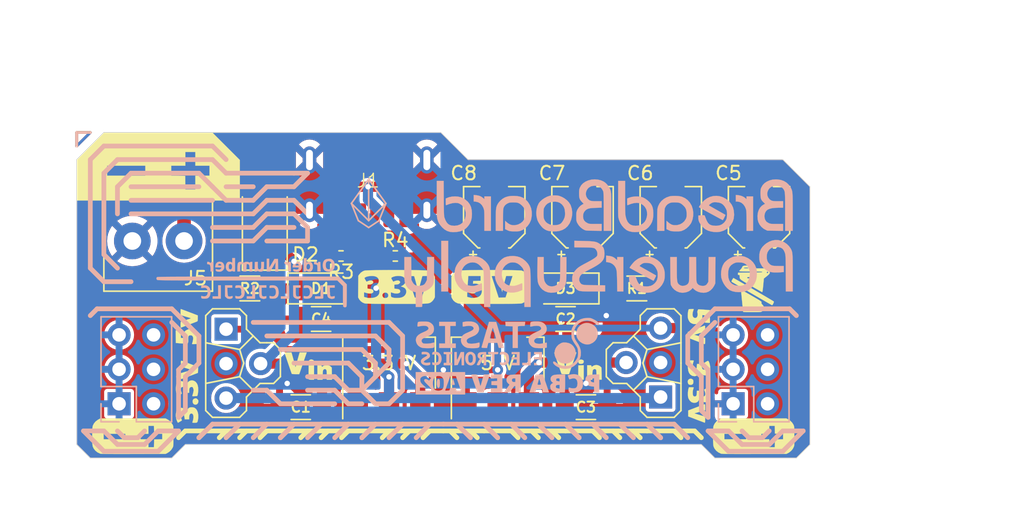
<source format=kicad_pcb>
(kicad_pcb (version 20221018) (generator pcbnew)
  (layers (0 "F.Cu" signal) (31 "B.Cu" signal) (34 "B.Paste" user) (35 "F.Paste" user) (36 "B.SilkS" user "B.Silkscreen") (37 "F.SilkS" user "F.Silkscreen") (38 "B.Mask" user) (39 "F.Mask" user) (44 "Edge.Cuts" user))
  (net 0 "")
  (net 1 "GND")
  (net 2 "VS")
  (net 3 "+5V")
  (net 4 "+3.3V")
  (net 5 "Net-(D1-K)")
  (net 6 "Net-(D2-A)")
  (net 7 "Net-(D3-K)")
  (net 8 "VoutLeft")
  (net 9 "VoutRight")
  (net 10 "/CC1")
  (net 11 "/CC2")
  (footprint "Capacitor_SMD:C_1206_3216Metric_Pad1.33x1.80mm_HandSolder" (layer "F.Cu") (at 16.5 20.25 180)
    (fp_text reference "C1" (at 0 0) (layer "F.SilkS") (effects (font (size 0.75 0.75))))
    (fp_text value "220nF 50V")
    (pad "1" smd roundrect (at -1.5625 0 180) (size 1.325 1.8) (layers "F.Cu" "F.Paste" "F.Mask") (roundrect_rratio 0.1886784906) (net 2 "VS"))
    (pad "2" smd roundrect (at 1.5625 0 180) (size 1.325 1.8) (layers "F.Cu" "F.Paste" "F.Mask") (roundrect_rratio 0.1886784906) (net 1 "GND"))
  )
  (footprint "Capacitor_SMD:C_1206_3216Metric_Pad1.33x1.80mm_HandSolder" (layer "F.Cu") (at 36 13.75)
    (fp_text reference "C2" (at 0 0) (layer "F.SilkS") (effects (font (size 0.75 0.75))))
    (fp_text value "220nF 50V")
    (pad "1" smd roundrect (at -1.5625 0) (size 1.325 1.8) (layers "F.Cu" "F.Paste" "F.Mask") (roundrect_rratio 0.1886784906) (net 3 "+5V"))
    (pad "2" smd roundrect (at 1.5625 0) (size 1.325 1.8) (layers "F.Cu" "F.Paste" "F.Mask") (roundrect_rratio 0.1886784906) (net 1 "GND"))
  )
  (footprint "Capacitor_SMD:C_1206_3216Metric_Pad1.33x1.80mm_HandSolder" (layer "F.Cu") (at 37.5 20.25)
    (fp_text reference "C3" (at 0 0) (layer "F.SilkS") (effects (font (size 0.75 0.75))))
    (fp_text value "220nF 50V")
    (pad "1" smd roundrect (at -1.5625 0) (size 1.325 1.8) (layers "F.Cu" "F.Paste" "F.Mask") (roundrect_rratio 0.1886784906) (net 2 "VS"))
    (pad "2" smd roundrect (at 1.5625 0) (size 1.325 1.8) (layers "F.Cu" "F.Paste" "F.Mask") (roundrect_rratio 0.1886784906) (net 1 "GND"))
  )
  (footprint "Capacitor_SMD:C_1206_3216Metric_Pad1.33x1.80mm_HandSolder" (layer "F.Cu") (at 18 13.75 180)
    (fp_text reference "C4" (at 0 0) (layer "F.SilkS") (effects (font (size 0.75 0.75))))
    (fp_text value "220nF 50V")
    (pad "1" smd roundrect (at -1.5625 0 180) (size 1.325 1.8) (layers "F.Cu" "F.Paste" "F.Mask") (roundrect_rratio 0.1886784906) (net 4 "+3.3V"))
    (pad "2" smd roundrect (at 1.5625 0 180) (size 1.325 1.8) (layers "F.Cu" "F.Paste" "F.Mask") (roundrect_rratio 0.1886784906) (net 1 "GND"))
  )
  (footprint "Capacitor_SMD:CP_Elec_4x5.4" (layer "F.Cu") (at 50.25 6.25 90)
    (fp_text reference "C5" (at 3.25 -2.25 180) (layer "F.SilkS"))
    (fp_text value "10µF 16V")
    (pad "1" smd roundrect (at -1.8 0 90) (size 2.6 1.6) (layers "F.Cu" "F.Paste" "F.Mask") (roundrect_rratio 0.15625) (net 3 "+5V"))
    (pad "2" smd roundrect (at 1.8 0 90) (size 2.6 1.6) (layers "F.Cu" "F.Paste" "F.Mask") (roundrect_rratio 0.15625) (net 1 "GND"))
  )
  (footprint "Capacitor_SMD:CP_Elec_4x5.4" (layer "F.Cu") (at 43.75 6.25 90)
    (fp_text reference "C6" (at 3.25 -2.25 180) (layer "F.SilkS"))
    (fp_text value "47µF 10V")
    (pad "1" smd roundrect (at -1.8 0 90) (size 2.6 1.6) (layers "F.Cu" "F.Paste" "F.Mask") (roundrect_rratio 0.15625) (net 3 "+5V"))
    (pad "2" smd roundrect (at 1.8 0 90) (size 2.6 1.6) (layers "F.Cu" "F.Paste" "F.Mask") (roundrect_rratio 0.15625) (net 1 "GND"))
  )
  (footprint "Capacitor_SMD:CP_Elec_4x5.4" (layer "F.Cu") (at 37.25 6.25 90)
    (fp_text reference "C7" (at 3.25 -2.25 180) (layer "F.SilkS"))
    (fp_text value "10µF 16V")
    (pad "1" smd roundrect (at -1.8 0 90) (size 2.6 1.6) (layers "F.Cu" "F.Paste" "F.Mask") (roundrect_rratio 0.15625) (net 4 "+3.3V"))
    (pad "2" smd roundrect (at 1.8 0 90) (size 2.6 1.6) (layers "F.Cu" "F.Paste" "F.Mask") (roundrect_rratio 0.15625) (net 1 "GND"))
  )
  (footprint "Capacitor_SMD:CP_Elec_4x5.4" (layer "F.Cu") (at 30.75 6.25 90)
    (fp_text reference "C8" (at 3.25 -2.25 180) (layer "F.SilkS"))
    (fp_text value "47µF 10V")
    (pad "1" smd roundrect (at -1.8 0 90) (size 2.6 1.6) (layers "F.Cu" "F.Paste" "F.Mask") (roundrect_rratio 0.15625) (net 4 "+3.3V"))
    (pad "2" smd roundrect (at 1.8 0 90) (size 2.6 1.6) (layers "F.Cu" "F.Paste" "F.Mask") (roundrect_rratio 0.15625) (net 1 "GND"))
  )
  (footprint "Diode_SMD:D_1206_3216Metric_Pad1.42x1.75mm_HandSolder" (layer "F.Cu") (at 18 11.5)
    (fp_text reference "D1" (at 0 0) (layer "F.SilkS") (effects (font (size 0.75 0.75))))
    (fp_text value "Green 3.0V")
    (pad "1" smd roundrect (at -1.4875 0) (size 1.425 1.75) (layers "F.Cu" "F.Paste" "F.Mask") (roundrect_rratio 0.1754385965) (net 5 "Net-(D1-K)"))
    (pad "2" smd roundrect (at 1.4875 0) (size 1.425 1.75) (layers "F.Cu" "F.Paste" "F.Mask") (roundrect_rratio 0.1754385965) (net 4 "+3.3V"))
  )
  (footprint "Diode_SMD:D_SMA" (layer "F.Cu") (at 13.85 6.75 90)
    (fp_text reference "D2" (at -2.25 3 180) (layer "F.SilkS"))
    (fp_text value "400V 1A SMA")
    (pad "1" smd rect (at -2 0 90) (size 2.5 1.8) (layers "F.Cu" "F.Paste" "F.Mask") (net 2 "VS"))
    (pad "2" smd rect (at 2 0 90) (size 2.5 1.8) (layers "F.Cu" "F.Paste" "F.Mask") (net 6 "Net-(D2-A)"))
  )
  (footprint "Diode_SMD:D_1206_3216Metric_Pad1.42x1.75mm_HandSolder" (layer "F.Cu") (at 36 11.5 180)
    (fp_text reference "D3" (at 0 0) (layer "F.SilkS") (effects (font (size 0.75 0.75))))
    (fp_text value "Green 3.0V")
    (pad "1" smd roundrect (at -1.4875 0 180) (size 1.425 1.75) (layers "F.Cu" "F.Paste" "F.Mask") (roundrect_rratio 0.1754385965) (net 7 "Net-(D3-K)"))
    (pad "2" smd roundrect (at 1.4875 0 180) (size 1.425 1.75) (layers "F.Cu" "F.Paste" "F.Mask") (roundrect_rratio 0.1754385965) (net 3 "+5V"))
  )
  (footprint "MicroBBPS:WJ124-3.81-2P" (layer "F.Cu") (at 6 8 180)
    (fp_text reference "J5" (at -2.75 -2.75) (layer "F.SilkS"))
    (fp_text value "Screw Terminal")
    (pad "1" thru_hole circle (at -1.905 0 180) (size 2.7 2.7) (drill 1.3) (layers "*.Cu" "*.Mask") (net 6 "Net-(D2-A)"))
    (pad "2" thru_hole circle (at 1.905 0) (size 2.7 2.7) (drill 1.3) (layers "*.Cu" "*.Mask") (net 1 "GND"))
  )
  (footprint "MicroBBPS:3PoleHeaderSwitch" (layer "F.Cu") (at 43 17 90)
    (fp_text reference "J8" hide)
    (fp_text value "3PoleHeaderSwitch")
    (pad "1" thru_hole rect (at -2.5 0 180) (size 1.7 1.7) (drill 1) (layers "*.Cu" "*.Mask") (net 4 "+3.3V"))
    (pad "2" thru_hole oval (at 0.04 0 180) (size 1.7 1.7) (drill 1) (layers "*.Cu" "*.Mask") (net 9 "VoutRight"))
    (pad "3" thru_hole oval (at 2.58 0 180) (size 1.7 1.7) (drill 1) (layers "*.Cu" "*.Mask") (net 3 "+5V"))
    (pad "4" thru_hole oval (at 0.04 -2.54 180) (size 1.7 1.7) (drill 1) (layers "*.Cu" "*.Mask") (net 2 "VS"))
  )
  (footprint "Resistor_SMD:R_1206_3216Metric_Pad1.30x1.75mm_HandSolder" (layer "F.Cu") (at 41.25 11.5)
    (fp_text reference "R1" (at 0 0) (layer "F.SilkS") (effects (font (size 0.75 0.75))))
    (fp_text value "10k 0.25W")
    (pad "1" smd roundrect (at -1.55 0) (size 1.3 1.75) (layers "F.Cu" "F.Paste" "F.Mask") (roundrect_rratio 0.1923076923) (net 7 "Net-(D3-K)"))
    (pad "2" smd roundrect (at 1.55 0) (size 1.3 1.75) (layers "F.Cu" "F.Paste" "F.Mask") (roundrect_rratio 0.1923076923) (net 1 "GND"))
  )
  (footprint "Resistor_SMD:R_1206_3216Metric_Pad1.30x1.75mm_HandSolder" (layer "F.Cu") (at 12.75 11.5 180)
    (fp_text reference "R2" (at 0 0) (layer "F.SilkS") (effects (font (size 0.75 0.75))))
    (fp_text value "10k 0.25W")
    (pad "1" smd roundrect (at -1.55 0 180) (size 1.3 1.75) (layers "F.Cu" "F.Paste" "F.Mask") (roundrect_rratio 0.1923076923) (net 5 "Net-(D1-K)"))
    (pad "2" smd roundrect (at 1.55 0 180) (size 1.3 1.75) (layers "F.Cu" "F.Paste" "F.Mask") (roundrect_rratio 0.1923076923) (net 1 "GND"))
  )
  (footprint "Package_TO_SOT_SMD:SOT-223-3_TabPin2" (layer "F.Cu") (at 31 17 90)
    (fp_text reference "U1" hide)
    (fp_text value "NCP1117ST50T3G")
    (pad "1" smd rect (at -3.15 -2.3 90) (size 2 1.5) (layers "F.Cu" "F.Paste" "F.Mask") (net 1 "GND"))
    (pad "2" smd rect (at -3.15 0 90) (size 2 1.5) (layers "F.Cu" "F.Paste" "F.Mask") (net 3 "+5V"))
    (pad "2" smd rect (at 3.15 0 90) (size 2 3.8) (layers "F.Cu" "F.Paste" "F.Mask") (net 3 "+5V"))
    (pad "3" smd rect (at -3.15 2.3 90) (size 2 1.5) (layers "F.Cu" "F.Paste" "F.Mask") (net 2 "VS"))
  )
  (footprint "Package_TO_SOT_SMD:SOT-223-3_TabPin2" (layer "F.Cu") (at 23 17 90)
    (fp_text reference "U3" hide)
    (fp_text value "NCP1117ST33T3G")
    (pad "1" smd rect (at -3.15 -2.3 90) (size 2 1.5) (layers "F.Cu" "F.Paste" "F.Mask") (net 1 "GND"))
    (pad "2" smd rect (at -3.15 0 90) (size 2 1.5) (layers "F.Cu" "F.Paste" "F.Mask") (net 4 "+3.3V"))
    (pad "2" smd rect (at 3.15 0 90) (size 2 3.8) (layers "F.Cu" "F.Paste" "F.Mask") (net 4 "+3.3V"))
    (pad "3" smd rect (at -3.15 2.3 90) (size 2 1.5) (layers "F.Cu" "F.Paste" "F.Mask") (net 2 "VS"))
  )
  (footprint "MicroBBPS:3PoleHeaderSwitch" (layer "F.Cu") (at 11 17 -90)
    (fp_text reference "J9" hide)
    (fp_text value "3PoleHeaderSwitch")
    (pad "1" thru_hole rect (at -2.5 0) (size 1.7 1.7) (drill 1) (layers "*.Cu" "*.Mask") (net 3 "+5V"))
    (pad "2" thru_hole oval (at 0.04 0) (size 1.7 1.7) (drill 1) (layers "*.Cu" "*.Mask") (net 8 "VoutLeft"))
    (pad "3" thru_hole oval (at 2.58 0) (size 1.7 1.7) (drill 1) (layers "*.Cu" "*.Mask") (net 4 "+3.3V"))
    (pad "4" thru_hole oval (at 0.04 -2.54) (size 1.7 1.7) (drill 1) (layers "*.Cu" "*.Mask") (net 2 "VS"))
  )
  (footprint "MicroBBPS:artwork-top" (layer "F.Cu") (at 27 12)
    (fp_text reference "G***" hide)
    (fp_text value "LOGO" hide)
  )
  (footprint "Resistor_SMD:R_0402_1005Metric" (layer "F.Cu") (at 23.463 9.104)
    (fp_text reference "R4" (at 0 -1.17) (layer "F.SilkS"))
    (fp_text value "5k 0.25W")
    (pad "1" smd roundrect (at -0.51 0) (size 0.54 0.64) (layers "F.Cu" "F.Paste" "F.Mask") (net 10 "/CC1"))
    (pad "2" smd roundrect (at 0.51 0) (size 0.54 0.64) (layers "F.Cu" "F.Paste" "F.Mask") (net 1 "GND"))
  )
  (footprint "Library:GT-USB-7002C" (layer "F.Cu") (at 21.463 6.604 180)
    (fp_text reference "J1" (at 0 3.048 unlocked) (layer "F.SilkS") (effects (font (thickness 0.1))))
    (fp_text value "USB_C_Receptacle_PowerOnly_6P")
    (pad "A5" smd roundrect (at -0.5 0.5 180) (size 0.7 1.75) (layers "F.Cu" "F.Paste" "F.Mask") (net 10 "/CC1"))
    (pad "A9" smd roundrect (at 1.52 0.5 180) (size 0.8 1.75) (layers "F.Cu" "F.Paste" "F.Mask") (net 3 "+5V"))
    (pad "A12" smd roundrect (at 2.75 0.5 180) (size 0.9 1.75) (layers "F.Cu" "F.Paste" "F.Mask") (net 1 "GND"))
    (pad "B5" smd roundrect (at 0.5 0.5 180) (size 0.7 1.75) (layers "F.Cu" "F.Paste" "F.Mask") (net 11 "/CC2"))
    (pad "B9" smd roundrect (at -1.52 0.5 180) (size 0.8 1.75) (layers "F.Cu" "F.Paste" "F.Mask") (net 3 "+5V"))
    (pad "B12" smd roundrect (at -2.75 0.5 180) (size 0.9 1.75) (layers "F.Cu" "F.Paste" "F.Mask") (net 1 "GND"))
    (pad "S1" thru_hole oval (at -4.32 0.875 180) (size 1 1.75) (drill oval 0.5 1.25) (layers "*.Cu" "*.Mask") (net 1 "GND"))
    (pad "S1" thru_hole oval (at -4.32 4.575 180) (size 1 2) (drill oval 0.5 1.5) (layers "*.Cu" "*.Mask") (net 1 "GND"))
    (pad "S1" thru_hole oval (at 4.32 0.875 180) (size 1 1.75) (drill oval 0.5 1.25) (layers "*.Cu" "*.Mask") (net 1 "GND"))
    (pad "S1" thru_hole oval (at 4.32 4.575 180) (size 1 2) (drill oval 0.5 1.5) (layers "*.Cu" "*.Mask") (net 1 "GND"))
  )
  (footprint "Resistor_SMD:R_0402_1005Metric" (layer "F.Cu") (at 19.463 9.104 180)
    (fp_text reference "R3" (at 0 -1.17) (layer "F.SilkS"))
    (fp_text value "5k 0.25W")
    (pad "1" smd roundrect (at -0.51 0 180) (size 0.54 0.64) (layers "F.Cu" "F.Paste" "F.Mask") (net 11 "/CC2"))
    (pad "2" smd roundrect (at 0.51 0 180) (size 0.54 0.64) (layers "F.Cu" "F.Paste" "F.Mask") (net 1 "GND"))
  )
  (footprint "Connector_PinHeader_2.54mm:PinHeader_2x03_P2.54mm_Vertical" (layer "B.Cu") (at 3.12 20)
    (fp_text reference "J3" hide)
    (fp_text value "Conn_02x03")
    (pad "1" thru_hole rect (at 0 0) (size 1.7 1.7) (drill 1) (layers "*.Cu" "*.Mask") (net 1 "GND"))
    (pad "2" thru_hole oval (at 2.54 0) (size 1.7 1.7) (drill 1) (layers "*.Cu" "*.Mask") (net 8 "VoutLeft"))
    (pad "3" thru_hole oval (at 0 -2.54) (size 1.7 1.7) (drill 1) (layers "*.Cu" "*.Mask") (net 1 "GND"))
    (pad "4" thru_hole oval (at 2.54 -2.54) (size 1.7 1.7) (drill 1) (layers "*.Cu" "*.Mask") (net 8 "VoutLeft"))
    (pad "5" thru_hole oval (at 0 -5.08) (size 1.7 1.7) (drill 1) (layers "*.Cu" "*.Mask") (net 1 "GND"))
    (pad "6" thru_hole oval (at 2.54 -5.08) (size 1.7 1.7) (drill 1) (layers "*.Cu" "*.Mask") (net 8 "VoutLeft"))
  )
  (footprint "Connector_PinHeader_2.54mm:PinHeader_2x03_P2.54mm_Vertical" (layer "B.Cu") (at 48.59 20)
    (fp_text reference "J4" hide)
    (fp_text value "Conn_02x03")
    (pad "1" thru_hole rect (at -0.25 0) (size 1.7 1.7) (drill 1) (layers "*.Cu" "*.Mask") (net 1 "GND"))
    (pad "2" thru_hole oval (at 2.29 0) (size 1.7 1.7) (drill 1) (layers "*.Cu" "*.Mask") (net 9 "VoutRight"))
    (pad "3" thru_hole oval (at -0.25 -2.54) (size 1.7 1.7) (drill 1) (layers "*.Cu" "*.Mask") (net 1 "GND"))
    (pad "4" thru_hole oval (at 2.29 -2.54) (size 1.7 1.7) (drill 1) (layers "*.Cu" "*.Mask") (net 9 "VoutRight"))
    (pad "5" thru_hole oval (at -0.25 -5.08) (size 1.7 1.7) (drill 1) (layers "*.Cu" "*.Mask") (net 1 "GND"))
    (pad "6" thru_hole oval (at 2.29 -5.08) (size 1.7 1.7) (drill 1) (layers "*.Cu" "*.Mask") (net 9 "VoutRight"))
  )
  (footprint "MicroBBPS:artwork-bottom" (layer "B.Cu") (at 27 12 180)
    (fp_text reference "G***" hide)
    (fp_text value "LOGO" hide)
  )
  (gr_line (start 0 0) (end 0 1) (stroke (width 0.2)) (layer "B.SilkS"))
  (gr_line (start 0 0) (end 1 0) (stroke (width 0.2)) (layer "B.SilkS"))
  (gr_line (start 46.5 17.5) (end 46.5 21) (stroke (width 0.35)) (layer "B.SilkS"))
  (gr_line (start 7.5 17.5) (end 8 17) (stroke (width 0.35)) (layer "B.SilkS"))
  (gr_line (start 2 22) (end 3 23) (stroke (width 0.35)) (layer "B.SilkS"))
  (gr_line (start 2 22) (end 0.5 22) (stroke (width 0.35)) (layer "B.SilkS"))
  (gr_line (start 46.5 22) (end 48 23.5) (stroke (width 0.35)) (layer "B.SilkS"))
  (gr_line (start 53.5 22) (end 52 22) (stroke (width 0.35)) (layer "B.SilkS"))
  (gr_line (start 52 22) (end 51 23) (stroke (width 0.35)) (layer "B.SilkS"))
  (gr_line (start 50.5 22.5) (end 51 22) (stroke (width 0.35)) (layer "B.SilkS"))
  (gr_line (start 52 23.5) (end 53.5 22) (stroke (width 0.35)) (layer "B.SilkS"))
  (gr_line (start 48 23.5) (end 52 23.5) (stroke (width 0.35)) (layer "B.SilkS"))
  (gr_line (start 48 22) (end 46.5 22) (stroke (width 0.35)) (layer "B.SilkS"))
  (gr_line (start 49 22) (end 49.5 22.5) (stroke (width 0.35)) (layer "B.SilkS"))
  (gr_line (start 48 22) (end 49 23) (stroke (width 0.35)) (layer "B.SilkS"))
  (gr_line (start 49.5 22.5) (end 50.5 22.5) (stroke (width 0.35)) (layer "B.SilkS"))
  (gr_line (start 51 23) (end 49 23) (stroke (width 0.35)) (layer "B.SilkS"))
  (gr_line (start 46 18) (end 46 20.5) (stroke (width 0.35)) (layer "B.SilkS"))
  (gr_line (start 44 21.5) (end 27 21.5) (stroke (width 0.35)) (layer "B.SilkS"))
  (gr_line (start 22.77 5.23) (end 22.262 6.5) (stroke (width 0.12)) (layer "B.SilkS"))
  (gr_line (start 21.5 6.5) (end 22.77 5.23) (stroke (width 0.12)) (layer "B.SilkS"))
  (gr_line (start 22.77 5.23) (end 21.5 3.452) (stroke (width 0.12)) (layer "B.SilkS"))
  (gr_line (start 21.5 6.5) (end 20.23 5.23) (stroke (width 0.12)) (layer "B.SilkS"))
  (gr_line (start 21.5 3.452) (end 21.5 6.5) (stroke (width 0.12)) (layer "B.SilkS"))
  (gr_line (start 20.738 6.5) (end 20.23 5.23) (stroke (width 0.12)) (layer "B.SilkS"))
  (gr_line (start 21.5 7.008) (end 20.738 6.5) (stroke (width 0.12)) (layer "B.SilkS"))
  (gr_line (start 20.23 5.23) (end 21.5 3.452) (stroke (width 0.12)) (layer "B.SilkS"))
  (gr_line (start 22.262 6.5) (end 21.5 7.008) (stroke (width 0.12)) (layer "B.SilkS"))
  (gr_line (start 22 18) (end 22 17) (stroke (width 0.35)) (layer "B.SilkS"))
  (gr_line (start 21 18) (end 21 19) (stroke (width 0.35)) (layer "B.SilkS"))
  (gr_line (start 21 19) (end 22 18) (stroke (width 0.35)) (layer "B.SilkS"))
  (gr_line (start 24 19) (end 23 20) (stroke (width 0.35)) (layer "B.SilkS"))
  (gr_line (start 20 19) (end 19 18) (stroke (width 0.35)) (layer "B.SilkS"))
  (gr_line (start 17 19) (end 19 19) (stroke (width 0.35)) (layer "B.SilkS"))
  (gr_line (start 22 15) (end 23 16) (stroke (width 0.35)) (layer "B.SilkS"))
  (gr_line (start 19 19) (end 20 20) (stroke (width 0.35)) (layer "B.SilkS"))
  (gr_line (start 20 20) (end 21 20) (stroke (width 0.35)) (layer "B.SilkS"))
  (gr_line (start 24 15) (end 23 14) (stroke (width 0.35)) (layer "B.SilkS"))
  (gr_line (start 23 14) (end 13 14) (stroke (width 0.35)) (layer "B.SilkS"))
  (gr_line (start 20 17) (end 21 18) (stroke (width 0.35)) (layer "B.SilkS"))
  (gr_line (start 23 17) (end 22 18) (stroke (width 0.35)) (layer "B.SilkS"))
  (gr_line (start 14 15) (end 22 15) (stroke (width 0.35)) (layer "B.SilkS"))
  (gr_line (start 16 17) (end 20 17) (stroke (width 0.35)) (layer "B.SilkS"))
  (gr_line (start 24 19) (end 24 15) (stroke (width 0.35)) (layer "B.SilkS"))
  (gr_line (start 21 16) (end 15 16) (stroke (width 0.35)) (layer "B.SilkS"))
  (gr_line (start 23 20) (end 22 20) (stroke (width 0.35)) (layer "B.SilkS"))
  (gr_line (start 22 20) (end 21 19) (stroke (width 0.35)) (layer "B.SilkS"))
  (gr_line (start 21 19) (end 20 19) (stroke (width 0.35)) (layer "B.SilkS"))
  (gr_line (start 22 17) (end 21 16) (stroke (width 0.35)) (layer "B.SilkS"))
  (gr_line (start 19 18) (end 17 18) (stroke (width 0.35)) (layer "B.SilkS"))
  (gr_line (start 23 16) (end 23 17) (stroke (width 0.35)) (layer "B.SilkS"))
  (gr_line (start 14 19) (end 13 19) (stroke (width 0.35)) (layer "B.SilkS"))
  (gr_line (start 16 20) (end 15 20) (stroke (width 0.35)) (layer "B.SilkS"))
  (gr_line (start 19 20) (end 16 20) (stroke (width 0.35)) (layer "B.SilkS"))
  (gr_line (start 15 20) (end 14 19) (stroke (width 0.35)) (layer "B.SilkS"))
  (gr_line (start 2 9) (end 2 3) (stroke (width 0.35)) (layer "B.SilkS"))
  (gr_line (start 13 6) (end 14 5) (stroke (width 0.35)) (layer "B.SilkS"))
  (gr_line (start 17 6) (end 16 5) (stroke (width 0.35)) (layer "B.SilkS"))
  (gr_line (start 4 6) (end 13 6) (stroke (width 0.35)) (layer "B.SilkS"))
  (gr_line (start 17 3) (end 16 4) (stroke (width 0.35)) (layer "B.SilkS"))
  (gr_line (start 4 3) (end 3 4) (stroke (width 0.35)) (layer "B.SilkS"))
  (gr_line (start 16 3) (end 17 3) (stroke (width 0.35)) (layer "B.SilkS"))
  (gr_line (start 14 5) (end 16 5) (stroke (width 0.35)) (layer "B.SilkS"))
  (gr_line (start 9 17) (end 8 18) (stroke (width 0.35)) (layer "B.SilkS"))
  (gr_line (start 14 4) (end 13 5) (stroke (width 0.35)) (layer "B.SilkS"))
  (gr_line (start 10 4) (end 9 3) (stroke (width 0.35)) (layer "B.SilkS"))
  (gr_line (start 9 4) (end 4 4) (stroke (width 0.35)) (layer "B.SilkS"))
  (gr_line (start 10 8) (end 13 8) (stroke (width 0.35)) (layer "B.SilkS"))
  (gr_line (start 10 2) (end 11 3) (stroke (width 0.35)) (layer "B.SilkS"))
  (gr_line (start 17 8) (end 17 7) (stroke (width 0.35)) (layer "B.SilkS"))
  (gr_line (start 14 7) (end 16 7) (stroke (width 0.35)) (layer "B.SilkS"))
  (gr_line (start 13 4) (end 11 4) (stroke (width 0.35)) (layer "B.SilkS"))
  (gr_line (start 13 8) (end 14 7) (stroke (width 0.35)) (layer "B.SilkS"))
  (gr_line (start 11 5) (end 10 4) (stroke (width 0.35)) (layer "B.SilkS"))
  (gr_line (start 3 4) (end 3 6) (stroke (width 0.35)) (layer "B.SilkS"))
  (gr_line (start 13 7) (end 10 7) (stroke (width 0.35)) (layer "B.SilkS"))
  (gr_line (start 14 8) (end 17 8) (stroke (width 0.35)) (layer "B.SilkS"))
  (gr_line (start 16 4) (end 14 4) (stroke (width 0.35)) (layer "B.SilkS"))
  (gr_line (start 13 5) (end 11 5) (stroke (width 0.35)) (layer "B.SilkS"))
  (gr_line (start 14 6) (end 13 7) (stroke (width 0.35)) (layer "B.SilkS"))
  (gr_line (start 10 5) (end 4 5) (stroke (width 0.35)) (layer "B.SilkS"))
  (gr_line (start 16 6) (end 14 6) (stroke (width 0.35)) (layer "B.SilkS"))
  (gr_line (start 16 3) (end 11 3) (stroke (width 0.35)) (layer "B.SilkS"))
  (gr_line (start 7 14) (end 8 15) (stroke (width 0.35)) (layer "B.SilkS"))
  (gr_line (start 17 7) (end 16 6) (stroke (width 0.35)) (layer "B.SilkS"))
  (gr_line (start 8 15) (end 8 17) (stroke (width 0.35)) (layer "B.SilkS"))
  (gr_line (start 7 13) (end 9 15) (stroke (width 0.35)) (layer "B.SilkS"))
  (gr_line (start 2 3) (end 3 2) (stroke (width 0.35)) (layer "B.SilkS"))
  (gr_line (start 3 2) (end 10 2) (stroke (width 0.35)) (layer "B.SilkS"))
  (gr_line (start 9 15) (end 9 17) (stroke (width 0.35)) (layer "B.SilkS"))
  (gr_line (start 9 3) (end 4 3) (stroke (width 0.35)) (layer "B.SilkS"))
  (gr_line (start 11 2) (end 10 1) (stroke (width 0.35)) (layer "B.SilkS"))
  (gr_line (start 2 11) (end 4 11) (stroke (width 0.35)) (layer "B.SilkS"))
  (gr_line (start 10 1) (end 2 1) (stroke (width 0.35)) (layer "B.SilkS"))
  (gr_line (start 47 14) (end 46 15) (stroke (width 0.35)) (layer "B.SilkS"))
  (gr_line (start 3 10) (end 2 9) (stroke (width 0.35)) (layer "B.SilkS"))
  (gr_line (start 46 16) (end 46 17) (stroke (width 0.35)) (layer "B.SilkS"))
  (gr_line (start 47 13) (end 45 15) (stroke (width 0.35)) (layer "B.SilkS"))
  (gr_line (start 46 15) (end 46 16) (stroke (width 0.35)) (layer "B.SilkS"))
  (gr_line (start 2 1) (end 1 2) (stroke (width 0.35)) (layer "B.SilkS"))
  (gr_line (start 1 10) (end 2 11) (stroke (width 0.35)) (layer "B.SilkS"))
  (gr_line (start 1 2) (end 1 10) (stroke (width 0.35)) (layer "B.SilkS"))
  (gr_line (start 45 15) (end 45 17) (stroke (width 0.35)) (layer "B.SilkS"))
  (gr_line (start 45 17) (end 46 18) (stroke (width 0.35)) (layer "B.SilkS"))
  (gr_line (start 52.5 13) (end 53 13.5) (stroke (width 0.35)) (layer "B.SilkS"))
  (gr_line (start 25 22.5) (end 26 21.5) (stroke (width 0.35)) (layer "B.SilkS"))
  (gr_line (start 29 22.5) (end 28 21.5) (stroke (width 0.35)) (layer "B.SilkS"))
  (gr_line (start 4.5 22.5) (end 5 22) (stroke (width 0.35)) (layer "B.SilkS"))
  (gr_line (start 7.5 18) (end 7.5 17.5) (stroke (width 0.35)) (layer "B.SilkS"))
  (gr_line (start 5 23) (end 3 23) (stroke (width 0.35)) (layer "B.SilkS"))
  (gr_line (start 43 22.5) (end 42 21.5) (stroke (width 0.35)) (layer "B.SilkS"))
  (gr_line (start 13 22.5) (end 14 21.5) (stroke (width 0.35)) (layer "B.SilkS"))
  (gr_line (start 46 17) (end 46.5 17.5) (stroke (width 0.35)) (layer "B.SilkS"))
  (gr_line (start 1.5 13) (end 1 13.5) (stroke (width 0.35)) (layer "B.SilkS"))
  (gr_line (start 41 22.5) (end 40 21.5) (stroke (width 0.35)) (layer "B.SilkS"))
  (gr_line (start 0.5 22) (end 2 23.5) (stroke (width 0.35)) (layer "B.SilkS"))
  (gr_line (start 8 20.5) (end 7.5 21) (stroke (width 0.35)) (layer "B.SilkS"))
  (gr_line (start 8 18) (end 8 20.5) (stroke (width 0.35)) (layer "B.SilkS"))
  (gr_line (start 46 20.5) (end 46.5 21) (stroke (width 0.35)) (layer "B.SilkS"))
  (gr_line (start 47 13) (end 52.5 13) (stroke (width 0.35)) (layer "B.SilkS"))
  (gr_line (start 45 22.5) (end 44 21.5) (stroke (width 0.35)) (layer "B.SilkS"))
  (gr_line (start 7 13) (end 1.5 13) (stroke (width 0.35)) (layer "B.SilkS"))
  (gr_line (start 10 21.5) (end 27 21.5) (stroke (width 0.35)) (layer "B.SilkS"))
  (gr_line (start 31 22.5) (end 30 21.5) (stroke (width 0.35)) (layer "B.SilkS"))
  (gr_line (start 17 22.5) (end 18 21.5) (stroke (width 0.35)) (layer "B.SilkS"))
  (gr_line (start 3 22) (end 3.5 22.5) (stroke (width 0.35)) (layer "B.SilkS"))
  (gr_line (start 19 22.5) (end 20 21.5) (stroke (width 0.35)) (layer "B.SilkS"))
  (gr_line (start 37 22.5) (end 36 21.5) (stroke (width 0.35)) (layer "B.SilkS"))
  (gr_line (start 2 23.5) (end 6 23.5) (stroke (width 0.35)) (layer "B.SilkS"))
  (gr_line (start 15 22.5) (end 16 21.5) (stroke (width 0.35)) (layer "B.SilkS"))
  (gr_line (start 9 22.5) (end 10 21.5) (stroke (width 0.35)) (layer "B.SilkS"))
  (gr_line (start 35 22.5) (end 34 21.5) (stroke (width 0.35)) (layer "B.SilkS"))
  (gr_line (start 7.5 21) (end 7.5 18) (stroke (width 0.35)) (layer "B.SilkS"))
  (gr_line (start 7.5 22) (end 6 22) (stroke (width 0.35)) (layer "B.SilkS"))
  (gr_line (start 6 22) (end 5 23) (stroke (width 0.35)) (layer "B.SilkS"))
  (gr_line (start 3.5 22.5) (end 4.5 22.5) (stroke (width 0.35)) (layer "B.SilkS"))
  (gr_line (start 33 22.5) (end 32 21.5) (stroke (width 0.35)) (layer "B.SilkS"))
  (gr_line (start 21 22.5) (end 22 21.5) (stroke (width 0.35)) (layer "B.SilkS"))
  (gr_line (start 6 23.5) (end 7.5 22) (stroke (width 0.35)) (layer "B.SilkS"))
  (gr_line (start 39 22.5) (end 38 21.5) (stroke (width 0.35)) (layer "B.SilkS"))
  (gr_line (start 23 22.5) (end 24 21.5) (stroke (width 0.35)) (layer "B.SilkS"))
  (gr_line (start 11 22.5) (end 12 21.5) (stroke (width 0.35)) (layer "B.SilkS"))
  (gr_line (start 45 22) (end 45.5 22) (stroke (width 0.35)) (layer "F.SilkS"))
  (gr_line (start 42.5 22) (end 44 22) (stroke (width 0.35)) (layer "F.SilkS"))
  (gr_line (start 44 22) (end 45 22) (stroke (width 0.35)) (layer "F.SilkS"))
  (gr_line (start 44 22) (end 44.5 22.5) (stroke (width 0.35)) (layer "F.SilkS"))
  (gr_line (start 45.5 22) (end 46 22.5) (stroke (width 0.35)) (layer "F.SilkS"))
  (gr_line (start 9.5 22) (end 9 22.5) (stroke (width 0.35)) (layer "F.SilkS"))
  (gr_line (start 8 22) (end 7.5 22.5) (stroke (width 0.35)) (layer "F.SilkS"))
  (gr_line (start 11 22) (end 9.5 22) (stroke (width 0.35)) (layer "F.SilkS"))
  (gr_line (start 9.5 22) (end 8 22) (stroke (width 0.35)) (layer "F.SilkS"))
  (gr_line (start 27 22) (end 27.5 22) (stroke (width 0.35)) (layer "F.SilkS"))
  (gr_line (start 24.5 22) (end 24 22.5) (stroke (width 0.35)) (layer "F.SilkS"))
  (gr_line (start 42 22) (end 42.5 22) (stroke (width 0.35)) (layer "F.SilkS"))
  (gr_line (start 14 22) (end 13.5 22.5) (stroke (width 0.35)) (layer "F.SilkS"))
  (gr_line (start 26 22) (end 25.5 22.5) (stroke (width 0.35)) (layer "F.SilkS"))
  (gr_line (start 15.5 22) (end 15 22.5) (stroke (width 0.35)) (layer "F.SilkS"))
  (gr_line (start 14 22) (end 12.5 22) (stroke (width 0.35)) (layer "F.SilkS"))
  (gr_line (start 17 22) (end 15.5 22) (stroke (width 0.35)) (layer "F.SilkS"))
  (gr_line (start 17 22) (end 16.5 22.5) (stroke (width 0.35)) (layer "F.SilkS"))
  (gr_line (start 42.5 22) (end 43 22.5) (stroke (width 0.35)) (layer "F.SilkS"))
  (gr_line (start 18.5 22) (end 17 22) (stroke (width 0.35)) (layer "F.SilkS"))
  (gr_line (start 18.5 22) (end 18 22.5) (stroke (width 0.35)) (layer "F.SilkS"))
  (gr_line (start 20 22) (end 19.5 22.5) (stroke (width 0.35)) (layer "F.SilkS"))
  (gr_line (start 39.5 22) (end 41 22) (stroke (width 0.35)) (layer "F.SilkS"))
  (gr_line (start 36 22) (end 36.5 22) (stroke (width 0.35)) (layer "F.SilkS"))
  (gr_line (start 27.5 22) (end 28 22.5) (stroke (width 0.35)) (layer "F.SilkS"))
  (gr_line (start 15.5 22) (end 14 22) (stroke (width 0.35)) (layer "F.SilkS"))
  (gr_line (start 21.5 22) (end 20 22) (stroke (width 0.35)) (layer "F.SilkS"))
  (gr_line (start 36.5 22) (end 38 22) (stroke (width 0.35)) (layer "F.SilkS"))
  (gr_line (start 39.5 22) (end 40 22.5) (stroke (width 0.35)) (layer "F.SilkS"))
  (gr_line (start 27.5 22) (end 29 22) (stroke (width 0.35)) (layer "F.SilkS"))
  (gr_line (start 0 0) (end 1 0) (stroke (width 0.2)) (layer "F.SilkS"))
  (gr_line (start 21.5 22) (end 21 22.5) (stroke (width 0.35)) (layer "F.SilkS"))
  (gr_line (start 30.5 22) (end 31 22.5) (stroke (width 0.35)) (layer "F.SilkS"))
  (gr_line (start 32 22) (end 33 22) (stroke (width 0.35)) (layer "F.SilkS"))
  (gr_line (start 0 0) (end 0 1) (stroke (width 0.2)) (layer "F.SilkS"))
  (gr_line (start 23 22) (end 21.5 22) (stroke (width 0.35)) (layer "F.SilkS"))
  (gr_line (start 33.5 22) (end 35 22) (stroke (width 0.35)) (layer "F.SilkS"))
  (gr_line (start 33.5 22) (end 34 22.5) (stroke (width 0.35)) (layer "F.SilkS"))
  (gr_line (start 27 22) (end 26 22) (stroke (width 0.35)) (layer "F.SilkS"))
  (gr_line (start 30 22) (end 30.5 22) (stroke (width 0.35)) (layer "F.SilkS"))
  (gr_line (start 23 22) (end 22.5 22.5) (stroke (width 0.35)) (layer "F.SilkS"))
  (gr_line (start 26 22) (end 24.5 22) (stroke (width 0.35)) (layer "F.SilkS"))
  (gr_line (start 41 22) (end 42 22) (stroke (width 0.35)) (layer "F.SilkS"))
  (gr_line (start 33 22) (end 33.5 22) (stroke (width 0.35)) (layer "F.SilkS"))
  (gr_line (start 38 22) (end 38.5 22.5) (stroke (width 0.35)) (layer "F.SilkS"))
  (gr_line (start 35 22) (end 36 22) (stroke (width 0.35)) (layer "F.SilkS"))
  (gr_line (start 24.5 22) (end 23 22) (stroke (width 0.35)) (layer "F.SilkS"))
  (gr_line (start 30.5 22) (end 32 22) (stroke (width 0.35)) (layer "F.SilkS"))
  (gr_line (start 11 22) (end 10.5 22.5) (stroke (width 0.35)) (layer "F.SilkS"))
  (gr_line (start 29 22) (end 30 22) (stroke (width 0.35)) (layer "F.SilkS"))
  (gr_line (start 36.5 22) (end 37 22.5) (stroke (width 0.35)) (layer "F.SilkS"))
  (gr_line (start 32 22) (end 32.5 22.5) (stroke (width 0.35)) (layer "F.SilkS"))
  (gr_line (start 38 22) (end 39 22) (stroke (width 0.35)) (layer "F.SilkS"))
  (gr_line (start 20 22) (end 18.5 22) (stroke (width 0.35)) (layer "F.SilkS"))
  (gr_line (start 29 22) (end 29.5 22.5) (stroke (width 0.35)) (layer "F.SilkS"))
  (gr_line (start 35 22) (end 35.5 22.5) (stroke (width 0.35)) (layer "F.SilkS"))
  (gr_line (start 39 22) (end 39.5 22) (stroke (width 0.35)) (layer "F.SilkS"))
  (gr_line (start 12.5 22) (end 11 22) (stroke (width 0.35)) (layer "F.SilkS"))
  (gr_line (start 12.5 22) (end 12 22.5) (stroke (width 0.35)) (layer "F.SilkS"))
  (gr_line (start 41 22) (end 41.5 22.5) (stroke (width 0.35)) (layer "F.SilkS"))
  (gr_line (start 0 23) (end 0 2) (stroke (width 0.05)) (layer "Edge.Cuts"))
  (gr_line (start 46 23) (end 8 23) (stroke (width 0.05)) (layer "Edge.Cuts"))
  (gr_line (start 26.813 0) (end 28.813 2) (stroke (width 0.05)) (layer "Edge.Cuts"))
  (gr_line (start 28.813 2) (end 52 2) (stroke (width 0.05)) (layer "Edge.Cuts"))
  (gr_line (start 53 24) (end 47 24) (stroke (width 0.05)) (layer "Edge.Cuts"))
  (gr_line (start 0 2) (end 2 0) (stroke (width 0.05)) (layer "Edge.Cuts"))
  (gr_line (start 1 24) (end 0 23) (stroke (width 0.05)) (layer "Edge.Cuts"))
  (gr_line (start 2 0) (end 26.813 0) (stroke (width 0.05)) (layer "Edge.Cuts"))
  (gr_line (start 7 24) (end 1 24) (stroke (width 0.05)) (layer "Edge.Cuts"))
  (gr_line (start 54 23) (end 53 24) (stroke (width 0.05)) (layer "Edge.Cuts"))
  (gr_line (start 8 23) (end 7 24) (stroke (width 0.05)) (layer "Edge.Cuts"))
  (gr_line (start 47 24) (end 46 23) (stroke (width 0.05)) (layer "Edge.Cuts"))
  (gr_line (start 52 2) (end 54 4) (stroke (width 0.05)) (layer "Edge.Cuts"))
  (gr_line (start 54 4) (end 54 23) (stroke (width 0.05)) (layer "Edge.Cuts"))
  (gr_text "5 V" (at 31 17) (layer "F.SilkS") (effects (font (size 1 1))))
  (gr_text "3.3 V" (at 23 17) (layer "F.SilkS") (effects (font (size 1 1))))
  (segment (start 1 0) (end 0 0) (width 0.2) (layer "F.Cu") (net 0))
  (segment (start 0 0) (end 0 1) (width 0.2) (layer "F.Cu") (net 0))
  (segment (start 0 1) (end 1 0) (width 0.2) (layer "F.Cu") (net 0))
  (segment (start 1 0) (end 0 0) (width 0.2) (layer "B.Cu") (net 0))
  (segment (start 0 0) (end 0 1) (width 0.2) (layer "B.Cu") (net 0))
  (segment (start 0 1) (end 1 0) (width 0.2) (layer "B.Cu") (net 0))
  (via (at 37.5 18.5) (size 0.8) (drill 0.4) (layers "F.Cu" "B.Cu") (net 1))
  (via (at 27 17.5) (size 0.8) (drill 0.4) (layers "F.Cu" "B.Cu") (net 1))
  (via (at 39 13.5) (size 0.8) (drill 0.4) (layers "F.Cu" "B.Cu") (net 1))
  (via (at 15.5 18.5) (size 0.8) (drill 0.4) (layers "F.Cu" "B.Cu") (net 1))
  (segment (start 25.3 18.05) (end 25.3 20.15) (width 0.75) (layer "F.Cu") (net 2))
  (segment (start 40.46 16.96) (end 35.79 16.96) (width 0.75) (layer "F.Cu") (net 2))
  (segment (start 18.0625 17.0625) (end 18.04 17.04) (width 0.75) (layer "F.Cu") (net 2))
  (segment (start 35.9375 17.1075) (end 35.79 16.96) (width 0.75) (layer "F.Cu") (net 2))
  (segment (start 34.04 16.96) (end 33.3 17.7) (width 0.75) (layer "F.Cu") (net 2))
  (segment (start 24.29 17.04) (end 25.3 18.05) (width 0.75) (layer "F.Cu") (net 2))
  (segment (start 18.04 17.04) (end 24.29 17.04) (width 0.75) (layer "F.Cu") (net 2))
  (segment (start 35.9375 20.25) (end 35.9375 17.1075) (width 0.75) (layer "F.Cu") (net 2))
  (segment (start 15.25 8.75) (end 16 9.5) (width 0.75) (layer "F.Cu") (net 2))
  (segment (start 13.54 17.04) (end 18.04 17.04) (width 0.75) (layer "F.Cu") (net 2))
  (segment (start 13.85 8.75) (end 15.25 8.75) (width 0.75) (layer "F.Cu") (net 2))
  (segment (start 18.0625 20.25) (end 18.0625 17.0625) (width 0.75) (layer "F.Cu") (net 2))
  (segment (start 35.79 16.96) (end 34.04 16.96) (width 0.75) (layer "F.Cu") (net 2))
  (segment (start 33.3 17.7) (end 33.3 20.15) (width 0.75) (layer "F.Cu") (net 2))
  (via (at 16 9.5) (size 0.8) (drill 0.4) (layers "F.Cu" "B.Cu") (net 2))
  (via (at 34.04 16.96) (size 0.8) (drill 0.4) (layers "F.Cu" "B.Cu") (net 2))
  (via (at 24.29 17.04) (size 0.8) (drill 0.4) (layers "F.Cu" "B.Cu") (net 2))
  (segment (start 34.04 16.96) (end 32.5 18.5) (width 0.75) (layer "B.Cu") (net 2))
  (segment (start 13.71 17.04) (end 13.54 17.04) (width 0.75) (layer "B.Cu") (net 2))
  (segment (start 16 14.75) (end 13.71 17.04) (width 0.75) (layer "B.Cu") (net 2))
  (segment (start 32.5 18.5) (end 25.75 18.5) (width 0.75) (layer "B.Cu") (net 2))
  (segment (start 25.75 18.5) (end 24.29 17.04) (width 0.75) (layer "B.Cu") (net 2))
  (segment (start 16 9.5) (end 16 14.75) (width 0.75) (layer "B.Cu") (net 2))
  (segment (start 34.4375 13.75) (end 31.1 13.75) (width 0.75) (layer "F.Cu") (net 3))
  (segment (start 22.987 6.1) (end 22.983 6.104) (width 0.75) (layer "F.Cu") (net 3))
  (segment (start 15.5 16) (end 27 16) (width 0.5) (layer "F.Cu") (net 3))
  (segment (start 43 14.42) (end 44.58 14.42) (width 0.75) (layer "F.Cu") (net 3))
  (segment (start 31 20.15) (end 31 17.5) (width 0.5) (layer "F.Cu") (net 3))
  (segment (start 22.225 4) (end 22.987 4.762) (width 0.75) (layer "F.Cu") (net 3))
  (segment (start 47.05 11.95) (end 47.05 8.05) (width 0.75) (layer "F.Cu") (net 3))
  (segment (start 34.5125 11.5) (end 34.5125 13.675) (width 0.75) (layer "F.Cu") (net 3))
  (segment (start 31 17.5) (end 31 13.85) (width 0.5) (layer "F.Cu") (net 3))
  (segment (start 28.5 17.5) (end 31 17.5) (width 0.5) (layer "F.Cu") (net 3))
  (segment (start 34.5125 13.675) (end 34.4375 13.75) (width 0.75) (layer "F.Cu") (net 3))
  (segment (start 20.701 4) (end 22.225 4) (width 0.75) (layer "F.Cu") (net 3))
  (segment (start 19.943 6.604) (end 19.943 5.584) (width 0.75) (layer "F.Cu") (net 3))
  (segment (start 22.987 4.762) (end 22.987 6.1) (width 0.75) (layer "F.Cu") (net 3))
  (segment (start 47.05 8.05) (end 50.25 8.05) (width 1) (layer "F.Cu") (net 3))
  (segment (start 11 14.5) (end 14 14.5) (width 0.5) (layer "F.Cu") (net 3))
  (segment (start 22.987 6.6) (end 22.983 6.604) (width 0.25) (layer "F.Cu") (net 3))
  (segment (start 14 14.5) (end 15.5 16) (width 0.5) (layer "F.Cu") (net 3))
  (segment (start 19.943 6.104) (end 19.943 4.758) (width 0.75) (layer "F.Cu") (net 3))
  (segment (start 43.75 8.05) (end 47.05 8.05) (width 1) (layer "F.Cu") (net 3))
  (segment (start 31.1 13.75) (end 31 13.85) (width 0.75) (layer "F.Cu") (net 3))
  (segment (start 44.58 14.42) (end 47.05 11.95) (width 0.75) (layer "F.Cu") (net 3))
  (segment (start 19.943 4.758) (end 20.701 4) (width 0.75) (layer "F.Cu") (net 3))
  (segment (start 22.987 5.588) (end 22.987 6.6) (width 0.75) (layer "F.Cu") (net 3))
  (segment (start 27 16) (end 28.5 17.5) (width 0.5) (layer "F.Cu") (net 3))
  (via (at 21.45 4) (size 0.8) (drill 0.4) (layers "F.Cu" "B.Cu") (net 3))
  (via (at 31 17.5) (size 0.8) (drill 0.4) (layers "F.Cu" "B.Cu") (net 3))
  (segment (start 31.08 14.42) (end 43 14.42) (width 0.5) (layer "B.Cu") (net 3))
  (segment (start 31 14.5) (end 31 17.5) (width 0.5) (layer "B.Cu") (net 3))
  (segment (start 31.08 14.42) (end 31 14.5) (width 0.5) (layer "B.Cu") (net 3))
  (segment (start 21.45 4.95) (end 21.45 4) (width 0.75) (layer "B.Cu") (net 3))
  (segment (start 31 14.5) (end 21.45 4.95) (width 0.75) (layer "B.Cu") (net 3))
  (segment (start 19.4875 13.675) (end 19.5625 13.75) (width 0.75) (layer "F.Cu") (net 4))
  (segment (start 19.4875 11.5) (end 19.4875 13.675) (width 0.75) (layer "F.Cu") (net 4))
  (segment (start 23 13.85) (end 25.03 13.85) (width 0.75) (layer "F.Cu") (net 4))
  (segment (start 23 20.15) (end 23 18.015) (width 0.75) (layer "F.Cu") (net 4))
  (segment (start 25.03 13.85) (end 30.75 8.13) (width 0.75) (layer "F.Cu") (net 4))
  (segment (start 30.75 8.13) (end 30.75 8.05) (width 0.75) (layer "F.Cu") (net 4))
  (segment (start 22.9 13.75) (end 23 13.85) (width 0.75) (layer "F.Cu") (net 4))
  (segment (start 22.0472 11.4808) (end 19.5067 11.4808) (width 0.75) (layer "F.Cu") (net 4))
  (segment (start 30.75 8.05) (end 37.25 8.05) (width 1) (layer "F.Cu") (net 4))
  (segment (start 19.5067 11.4808) (end 19.4875 11.5) (width 0.25) (layer "F.Cu") (net 4))
  (segment (start 19.5625 13.75) (end 22.9 13.75) (width 0.75) (layer "F.Cu") (net 4))
  (via (at 23 18.015) (size 0.8) (drill 0.4) (layers "F.Cu" "B.Cu") (net 4))
  (via (at 22.0472 11.4808) (size 0.8) (drill 0.4) (layers "F.Cu" "B.Cu") (net 4))
  (segment (start 23 18.015) (end 23 19.41) (width 0.75) (layer "B.Cu") (net 4))
  (segment (start 22.83 19.58) (end 42.92 19.58) (width 0.75) (layer "B.Cu") (net 4))
  (segment (start 11 19.58) (end 22.83 19.58) (width 0.75) (layer "B.Cu") (net 4))
  (segment (start 22.0472 17.0622) (end 23 18.015) (width 0.75) (layer "B.Cu") (net 4))
  (segment (start 42.92 19.58) (end 43 19.5) (width 0.75) (layer "B.Cu") (net 4))
  (segment (start 22.0472 11.4808) (end 22.0472 17.0622) (width 0.75) (layer "B.Cu") (net 4))
  (segment (start 23 19.41) (end 22.83 19.58) (width 0.75) (layer "B.Cu") (net 4))
  (segment (start 14.3 11.5) (end 16.5125 11.5) (width 0.75) (layer "F.Cu") (net 5))
  (segment (start 7.905 8) (end 7.905 5.595) (width 1) (layer "F.Cu") (net 6))
  (segment (start 7.905 5.595) (end 8.75 4.75) (width 1) (layer "F.Cu") (net 6))
  (segment (start 8.75 4.75) (end 13 4.75) (width 1) (layer "F.Cu") (net 6))
  (segment (start 37.4875 11.5) (end 39.7 11.5) (width 0.75) (layer "F.Cu") (net 7))
  (segment (start 21.963 6.104) (end 21.963 8.114) (width 0.25) (layer "F.Cu") (net 10))
  (segment (start 21.963 8.114) (end 22.953 9.104) (width 0.25) (layer "F.Cu") (net 10))
  (segment (start 20.963 6.104) (end 20.963 8.114) (width 0.25) (layer "F.Cu") (net 11))
  (segment (start 20.963 8.114) (end 19.973 9.104) (width 0.25) (layer "F.Cu") (net 11))
  (zone (net 8) (net_name "VoutLeft") (layer "F.Cu") (priority 1) (connect_pads yes (clearance 0.25)) (min_thickness 0.254) (fill yes (thermal_gap 0.508) (thermal_bridge_width 0.508))
    (polygon (pts (xy 1.5 13.75) (xy 1.5 21.25) (xy 1.75 21.5) (xy 6.5 21.5) (xy 6.75 21.25) (xy 6.75 19.5) (xy 7.75 18.5) (xy 9.5 18.5) (xy 12 18) (xy 12.25 17) (xy 12 16) (xy 9.5 15.5) (xy 8 15.5) (xy 6.75 14.25) (xy 6.75 13.75) (xy 6.5 13.5) (xy 1.75 13.5)))
  )
  (zone (net 9) (net_name "VoutRight") (layer "F.Cu") (priority 1) (connect_pads yes (clearance 0.25)) (min_thickness 0.254) (fill yes (thermal_gap 0.508) (thermal_bridge_width 0.508))
    (polygon (pts (xy 52.5 13.75) (xy 52.5 21.25) (xy 52.25 21.5) (xy 47.5 21.5) (xy 47.25 21.25) (xy 47.25 19.5) (xy 46.25 18.5) (xy 44.5 18.5) (xy 42 18) (xy 41.75 17) (xy 42 16) (xy 44.5 15.5) (xy 46 15.5) (xy 47.25 14.25) (xy 47.25 13.75) (xy 47.5 13.5) (xy 52.25 13.5)))
  )
  (zone (net 1) (net_name "GND") (layer "F.Cu") (priority 1) (connect_pads yes (clearance 0.25)) (min_thickness 0.254) (fill yes (thermal_gap 0.508) (thermal_bridge_width 0.508))
    (polygon (pts (xy 27.25 6) (xy 15.75 6) (xy 15.75 2.75) (xy 27.25 2.75)))
  )
  (zone (net 3) (net_name "+5V") (layer "F.Cu") (priority 1) (connect_pads yes (clearance 0.25)) (min_thickness 0.254) (fill yes (thermal_gap 0.508) (thermal_bridge_width 0.508))
    (polygon (pts (xy 28.5 15) (xy 28.5 10.25) (xy 29 9.75) (xy 35 9.75) (xy 35.5 10.25) (xy 35.5 15) (xy 35 15.5) (xy 29 15.5)))
  )
  (zone (net 4) (net_name "+3.3V") (layer "F.Cu") (priority 1) (connect_pads yes (clearance 0.25)) (min_thickness 0.254) (fill yes (thermal_gap 0.508) (thermal_bridge_width 0.508))
    (polygon (pts (xy 25.5 10.25) (xy 25.5 15) (xy 25 15.5) (xy 19 15.5) (xy 18.5 15) (xy 18.5 10.25) (xy 19 9.75) (xy 25 9.75)))
  )
  (zone (net 1) (net_name "GND") (layer "F.Cu") (connect_pads (clearance 0.25)) (min_thickness 0.254) (fill yes (thermal_gap 0.508) (thermal_bridge_width 0.508))
    (polygon (pts (xy 53.985 24) (xy 0.015 24) (xy 0 0) (xy 53.97 0)))
  )
  (zone (net 1) (net_name "GND") (layer "B.Cu") (connect_pads (clearance 0.25)) (min_thickness 0.254) (fill yes (thermal_gap 0.508) (thermal_bridge_width 0.508))
    (polygon (pts (xy 53.985 24) (xy 0.015 24) (xy 0 0) (xy 53.97 0)))
  )
)
</source>
